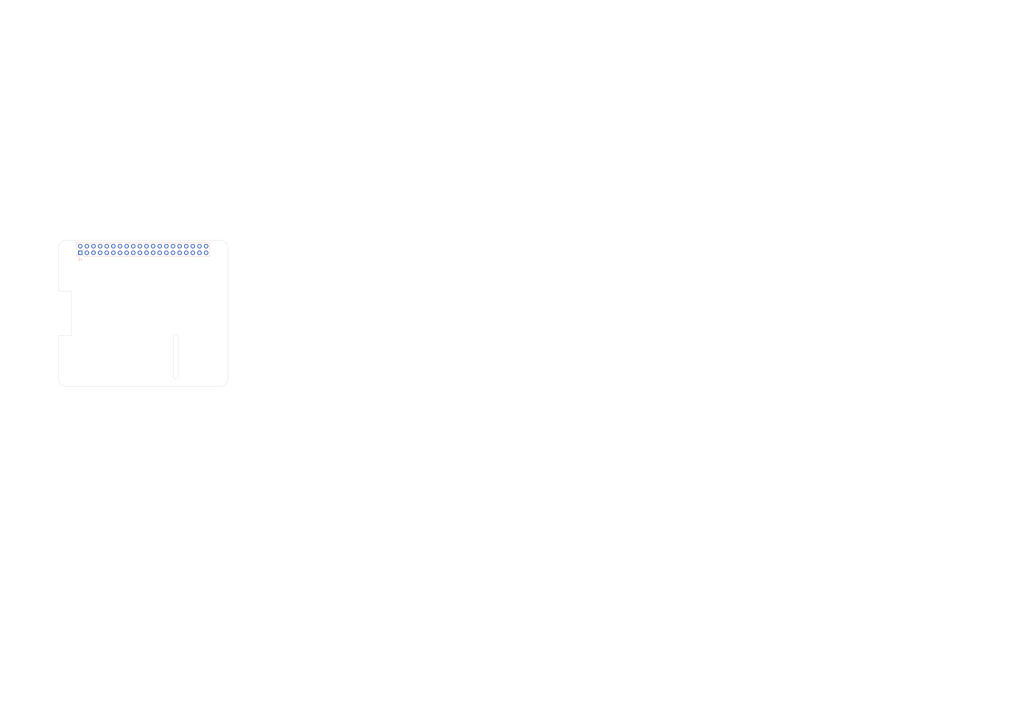
<source format=kicad_pcb>
(kicad_pcb (version 20221018) (generator pcbnew)
  (title_block (title "DZ Project") (date "2024-02-21") (company "No available"))
  (layers (0 "F.Cu" signal) (31 "B.Cu" signal) (34 "B.Paste" user) (35 "F.Paste" user) (36 "B.SilkS" user "B.Silkscreen") (37 "F.SilkS" user "F.Silkscreen") (38 "B.Mask" user) (39 "F.Mask" user) (44 "Edge.Cuts" user))
  (net 0 "")
  (net 1 "GND")
  (net 2 "/GPIO2{slash}SDA1")
  (net 3 "/GPIO3{slash}SCL1")
  (net 4 "/GPIO4{slash}GPCLK0")
  (net 5 "/GPIO14{slash}TXD0")
  (net 6 "/GPIO15{slash}RXD0")
  (net 7 "/GPIO17")
  (net 8 "/GPIO18{slash}PCM.CLK")
  (net 9 "/GPIO27")
  (net 10 "/GPIO22")
  (net 11 "/GPIO23")
  (net 12 "/GPIO24")
  (net 13 "/GPIO10{slash}SPI0.MOSI")
  (net 14 "/GPIO9{slash}SPI0.MISO")
  (net 15 "/GPIO25")
  (net 16 "/GPIO11{slash}SPI0.SCLK")
  (net 17 "/GPIO8{slash}SPI0.CE0")
  (net 18 "/GPIO7{slash}SPI0.CE1")
  (net 19 "/ID_SDA")
  (net 20 "/ID_SCL")
  (net 21 "/GPIO5")
  (net 22 "/GPIO6")
  (net 23 "/GPIO12{slash}PWM0")
  (net 24 "/GPIO13{slash}PWM1")
  (net 25 "/GPIO19{slash}PCM.FS")
  (net 26 "/GPIO16")
  (net 27 "/GPIO26")
  (net 28 "/GPIO20{slash}PCM.DIN")
  (net 29 "/GPIO21{slash}PCM.DOUT")
  (net 30 "+5V")
  (net 31 "+3V3")
  (footprint "MountingHole:MountingHole_2.7mm_M2.5" (layer "F.Cu") (at 239.78 108.92)
    (fp_text reference "MH2" hide)
    (fp_text value "MountingHole_2.7mm_M2.5" hide)
    (pad "" np_thru_hole circle locked (at 0 0) (size 2.7 2.7) (drill 2.7) (layers "*.Cu" "*.Mask"))
  )
  (footprint "MountingHole:MountingHole_2.7mm_M2.5" (layer "F.Cu") (at 181.78 157.92)
    (fp_text reference "MH3" hide)
    (fp_text value "MountingHole_2.7mm_M2.5" hide)
    (pad "" np_thru_hole circle locked (at 0 0) (size 2.7 2.7) (drill 2.7) (layers "*.Cu" "*.Mask"))
  )
  (footprint "MountingHole:MountingHole_2.7mm_M2.5" (layer "F.Cu") (at 181.78 108.92)
    (fp_text reference "MH1" hide)
    (fp_text value "MountingHole_2.7mm_M2.5" hide)
    (pad "" np_thru_hole circle locked (at 0 0) (size 2.7 2.7) (drill 2.7) (layers "*.Cu" "*.Mask"))
  )
  (footprint "MountingHole:MountingHole_2.7mm_M2.5" (layer "F.Cu") (at 239.78 157.92)
    (fp_text reference "MH4" hide)
    (fp_text value "MountingHole_2.7mm_M2.5" hide)
    (pad "" np_thru_hole circle locked (at 0 0) (size 2.7 2.7) (drill 2.7) (layers "*.Cu" "*.Mask"))
  )
  (footprint "Connector_PinSocket_2.54mm:PinSocket_2x20_P2.54mm_Vertical" (layer "B.Cu") (at 186.65 110.19 -90)
    (fp_text reference "J1" (at 2.5 0) (layer "B.SilkS") (effects (justify mirror)))
    (fp_text value "GPIO")
    (fp_line (start -3.87 -49.59) (end 1.33 -49.59) (stroke (width 0.12)) (layer "B.SilkS"))
    (fp_line (start -3.87 1.33) (end -3.87 -49.59) (stroke (width 0.12)) (layer "B.SilkS"))
    (fp_line (start -3.87 1.33) (end -1.27 1.33) (stroke (width 0.12)) (layer "B.SilkS"))
    (fp_line (start -1.27 -1.27) (end 1.33 -1.27) (stroke (width 0.12)) (layer "B.SilkS"))
    (fp_line (start -1.27 1.33) (end -1.27 -1.27) (stroke (width 0.12)) (layer "B.SilkS"))
    (fp_line (start 0 1.33) (end 1.33 1.33) (stroke (width 0.12)) (layer "B.SilkS"))
    (fp_line (start 1.33 -1.27) (end 1.33 -49.59) (stroke (width 0.12)) (layer "B.SilkS"))
    (fp_line (start 1.33 1.33) (end 1.33 0) (stroke (width 0.12)) (layer "B.SilkS"))
    (pad "1" thru_hole rect (at 0 0 270) (size 1.7 1.7) (drill 1) (layers "*.Cu" "*.Mask") (net 31 "+3V3"))
    (pad "2" thru_hole oval (at -2.54 0 270) (size 1.7 1.7) (drill 1) (layers "*.Cu" "*.Mask") (net 30 "+5V"))
    (pad "3" thru_hole oval (at 0 -2.54 270) (size 1.7 1.7) (drill 1) (layers "*.Cu" "*.Mask") (net 2 "/GPIO2{slash}SDA1"))
    (pad "4" thru_hole oval (at -2.54 -2.54 270) (size 1.7 1.7) (drill 1) (layers "*.Cu" "*.Mask") (net 30 "+5V"))
    (pad "5" thru_hole oval (at 0 -5.08 270) (size 1.7 1.7) (drill 1) (layers "*.Cu" "*.Mask") (net 3 "/GPIO3{slash}SCL1"))
    (pad "6" thru_hole oval (at -2.54 -5.08 270) (size 1.7 1.7) (drill 1) (layers "*.Cu" "*.Mask") (net 1 "GND"))
    (pad "7" thru_hole oval (at 0 -7.62 270) (size 1.7 1.7) (drill 1) (layers "*.Cu" "*.Mask") (net 4 "/GPIO4{slash}GPCLK0"))
    (pad "8" thru_hole oval (at -2.54 -7.62 270) (size 1.7 1.7) (drill 1) (layers "*.Cu" "*.Mask") (net 5 "/GPIO14{slash}TXD0"))
    (pad "9" thru_hole oval (at 0 -10.16 270) (size 1.7 1.7) (drill 1) (layers "*.Cu" "*.Mask") (net 1 "GND"))
    (pad "10" thru_hole oval (at -2.54 -10.16 270) (size 1.7 1.7) (drill 1) (layers "*.Cu" "*.Mask") (net 6 "/GPIO15{slash}RXD0"))
    (pad "11" thru_hole oval (at 0 -12.7 270) (size 1.7 1.7) (drill 1) (layers "*.Cu" "*.Mask") (net 7 "/GPIO17"))
    (pad "12" thru_hole oval (at -2.54 -12.7 270) (size 1.7 1.7) (drill 1) (layers "*.Cu" "*.Mask") (net 8 "/GPIO18{slash}PCM.CLK"))
    (pad "13" thru_hole oval (at 0 -15.24 270) (size 1.7 1.7) (drill 1) (layers "*.Cu" "*.Mask") (net 9 "/GPIO27"))
    (pad "14" thru_hole oval (at -2.54 -15.24 270) (size 1.7 1.7) (drill 1) (layers "*.Cu" "*.Mask") (net 1 "GND"))
    (pad "15" thru_hole oval (at 0 -17.78 270) (size 1.7 1.7) (drill 1) (layers "*.Cu" "*.Mask") (net 10 "/GPIO22"))
    (pad "16" thru_hole oval (at -2.54 -17.78 270) (size 1.7 1.7) (drill 1) (layers "*.Cu" "*.Mask") (net 11 "/GPIO23"))
    (pad "17" thru_hole oval (at 0 -20.32 270) (size 1.7 1.7) (drill 1) (layers "*.Cu" "*.Mask") (net 31 "+3V3"))
    (pad "18" thru_hole oval (at -2.54 -20.32 270) (size 1.7 1.7) (drill 1) (layers "*.Cu" "*.Mask") (net 12 "/GPIO24"))
    (pad "19" thru_hole oval (at 0 -22.86 270) (size 1.7 1.7) (drill 1) (layers "*.Cu" "*.Mask") (net 13 "/GPIO10{slash}SPI0.MOSI"))
    (pad "20" thru_hole oval (at -2.54 -22.86 270) (size 1.7 1.7) (drill 1) (layers "*.Cu" "*.Mask") (net 1 "GND"))
    (pad "21" thru_hole oval (at 0 -25.4 270) (size 1.7 1.7) (drill 1) (layers "*.Cu" "*.Mask") (net 14 "/GPIO9{slash}SPI0.MISO"))
    (pad "22" thru_hole oval (at -2.54 -25.4 270) (size 1.7 1.7) (drill 1) (layers "*.Cu" "*.Mask") (net 15 "/GPIO25"))
    (pad "23" thru_hole oval (at 0 -27.94 270) (size 1.7 1.7) (drill 1) (layers "*.Cu" "*.Mask") (net 16 "/GPIO11{slash}SPI0.SCLK"))
    (pad "24" thru_hole oval (at -2.54 -27.94 270) (size 1.7 1.7) (drill 1) (layers "*.Cu" "*.Mask") (net 17 "/GPIO8{slash}SPI0.CE0"))
    (pad "25" thru_hole oval (at 0 -30.48 270) (size 1.7 1.7) (drill 1) (layers "*.Cu" "*.Mask") (net 1 "GND"))
    (pad "26" thru_hole oval (at -2.54 -30.48 270) (size 1.7 1.7) (drill 1) (layers "*.Cu" "*.Mask") (net 18 "/GPIO7{slash}SPI0.CE1"))
    (pad "27" thru_hole oval (at 0 -33.02 270) (size 1.7 1.7) (drill 1) (layers "*.Cu" "*.Mask") (net 19 "/ID_SDA"))
    (pad "28" thru_hole oval (at -2.54 -33.02 270) (size 1.7 1.7) (drill 1) (layers "*.Cu" "*.Mask") (net 20 "/ID_SCL"))
    (pad "29" thru_hole oval (at 0 -35.56 270) (size 1.7 1.7) (drill 1) (layers "*.Cu" "*.Mask") (net 21 "/GPIO5"))
    (pad "30" thru_hole oval (at -2.54 -35.56 270) (size 1.7 1.7) (drill 1) (layers "*.Cu" "*.Mask") (net 1 "GND"))
    (pad "31" thru_hole oval (at 0 -38.1 270) (size 1.7 1.7) (drill 1) (layers "*.Cu" "*.Mask") (net 22 "/GPIO6"))
    (pad "32" thru_hole oval (at -2.54 -38.1 270) (size 1.7 1.7) (drill 1) (layers "*.Cu" "*.Mask") (net 23 "/GPIO12{slash}PWM0"))
    (pad "33" thru_hole oval (at 0 -40.64 270) (size 1.7 1.7) (drill 1) (layers "*.Cu" "*.Mask") (net 24 "/GPIO13{slash}PWM1"))
    (pad "34" thru_hole oval (at -2.54 -40.64 270) (size 1.7 1.7) (drill 1) (layers "*.Cu" "*.Mask") (net 1 "GND"))
    (pad "35" thru_hole oval (at 0 -43.18 270) (size 1.7 1.7) (drill 1) (layers "*.Cu" "*.Mask") (net 25 "/GPIO19{slash}PCM.FS"))
    (pad "36" thru_hole oval (at -2.54 -43.18 270) (size 1.7 1.7) (drill 1) (layers "*.Cu" "*.Mask") (net 26 "/GPIO16"))
    (pad "37" thru_hole oval (at 0 -45.72 270) (size 1.7 1.7) (drill 1) (layers "*.Cu" "*.Mask") (net 27 "/GPIO26"))
    (pad "38" thru_hole oval (at -2.54 -45.72 270) (size 1.7 1.7) (drill 1) (layers "*.Cu" "*.Mask") (net 28 "/GPIO20{slash}PCM.DIN"))
    (pad "39" thru_hole oval (at 0 -48.26 270) (size 1.7 1.7) (drill 1) (layers "*.Cu" "*.Mask") (net 1 "GND"))
    (pad "40" thru_hole oval (at -2.54 -48.26 270) (size 1.7 1.7) (drill 1) (layers "*.Cu" "*.Mask") (net 29 "/GPIO21{slash}PCM.DOUT"))
  )
  (gr_arc (start 178.78 124.92) (mid 178.426447 124.773553) (end 178.28 124.42) (stroke (width 0.1)) (layer "Edge.Cuts"))
  (gr_arc (start 240.28 105.42) (mid 242.40132 106.29868) (end 243.28 108.42) (stroke (width 0.1)) (layer "Edge.Cuts"))
  (gr_line (start 243.28 158.42) (end 243.28 108.42) (stroke (width 0.1)) (layer "Edge.Cuts"))
  (gr_line (start 178.28 108.42) (end 178.28 124.42) (stroke (width 0.1)) (layer "Edge.Cuts"))
  (gr_line (start 224.28 142.42) (end 224.28 157.42) (stroke (width 0.1)) (layer "Edge.Cuts"))
  (gr_line (start 222.28 157.42) (end 222.28 142.42) (stroke (width 0.1)) (layer "Edge.Cuts"))
  (gr_arc (start 181.28 161.42) (mid 179.15868 160.54132) (end 178.28 158.42) (stroke (width 0.1)) (layer "Edge.Cuts"))
  (gr_line (start 181.28 161.42) (end 240.28 161.42) (stroke (width 0.1)) (layer "Edge.Cuts"))
  (gr_line (start 182.78 141.92) (end 178.78 141.92) (stroke (width 0.1)) (layer "Edge.Cuts"))
  (gr_arc (start 222.28 142.42) (mid 223.28 141.42) (end 224.28 142.42) (stroke (width 0.1)) (layer "Edge.Cuts"))
  (gr_arc (start 178.28 142.42) (mid 178.426138 142.066755) (end 178.779127 141.920001) (stroke (width 0.1)) (layer "Edge.Cuts"))
  (gr_arc (start 243.28 158.42) (mid 242.40132 160.54132) (end 240.28 161.42) (stroke (width 0.1)) (layer "Edge.Cuts"))
  (gr_line (start 183.28 125.42) (end 183.28 141.42) (stroke (width 0.1)) (layer "Edge.Cuts"))
  (gr_arc (start 178.28 108.42) (mid 179.15868 106.29868) (end 181.28 105.42) (stroke (width 0.1)) (layer "Edge.Cuts"))
  (gr_arc (start 224.28 157.42) (mid 223.28 158.42) (end 222.28 157.42) (stroke (width 0.1)) (layer "Edge.Cuts"))
  (gr_line (start 178.28 142.42) (end 178.28 158.42) (stroke (width 0.1)) (layer "Edge.Cuts"))
  (gr_line (start 178.78 124.92) (end 182.78 124.92) (stroke (width 0.1)) (layer "Edge.Cuts"))
  (gr_arc (start 183.28 141.42) (mid 183.133553 141.773553) (end 182.78 141.92) (stroke (width 0.1)) (layer "Edge.Cuts"))
  (gr_arc (start 182.78 124.92) (mid 183.133553 125.066447) (end 183.28 125.42) (stroke (width 0.1)) (layer "Edge.Cuts"))
  (gr_line (start 240.28 105.42) (end 181.28 105.42) (stroke (width 0.1)) (layer "Edge.Cuts"))
)
</source>
